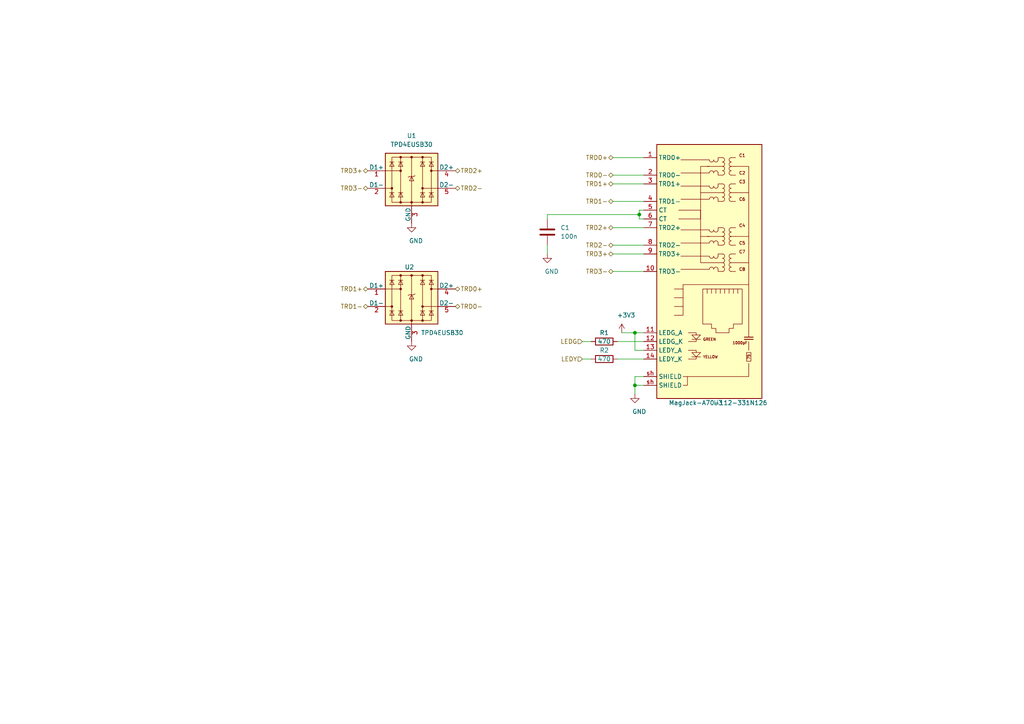
<source format=kicad_sch>
(kicad_sch (version 20211123) (generator eeschema)
  (paper "A4")
  (lib_symbols
    (symbol "CM4_NAS:MagJack-A70-112-331N126"
      (property "Reference" "U" (at 0 0 0))
      (property "Value" "MagJack-A70-112-331N126" (at 0 0 0))
      (symbol "MagJack-A70-112-331N126_0_1"
        (polyline (pts (xy 1.27 40.64) (xy -5.08 40.64) (xy -5.08 48.26) (xy -2.54 48.26) (xy -5.08 48.26)))
        (polyline (pts (xy 1.27 60.96) (xy -5.08 60.96) (xy -5.08 68.58) (xy -2.54 68.58) (xy -5.08 68.58)))
      )
      (symbol "MagJack-A70-112-331N126_1_1"
        (rectangle (start -17.78 1.27) (end 12.7 74.93) (stroke (width 0.254)) (fill (type background)))
        (arc (start -2.54 42.545) (mid -1.905 41.91) (end -1.27 42.545))
        (arc (start -2.54 50.165) (mid -1.905 49.53) (end -1.27 50.165))
        (arc (start -2.54 62.865) (mid -1.905 62.23) (end -1.27 62.865))
        (arc (start -2.54 70.485) (mid -1.905 69.85) (end -1.27 70.485))
        (arc (start -1.27 38.735) (mid -1.905 39.37) (end -2.54 38.735))
        (arc (start -1.27 42.545) (mid -0.635 41.91) (end 0 42.545))
        (arc (start -1.27 46.355) (mid -1.905 46.99) (end -2.54 46.355))
        (arc (start -1.27 50.165) (mid -0.635 49.53) (end 0 50.165))
        (arc (start -1.27 59.055) (mid -1.905 59.69) (end -2.54 59.055))
        (arc (start -1.27 62.865) (mid -0.635 62.23) (end 0 62.865))
        (arc (start -1.27 66.675) (mid -1.905 67.31) (end -2.54 66.675))
        (arc (start -1.27 70.485) (mid -0.635 69.85) (end 0 70.485))
        (polyline (pts (xy -12.7 27.94) (xy -10.16 27.94)))
        (polyline (pts (xy -12.7 30.48) (xy -10.16 30.48)))
        (polyline (pts (xy -12.7 33.02) (xy -10.16 33.02)))
        (polyline (pts (xy -10.16 33.02) (xy -10.16 34.29)))
        (polyline (pts (xy -5.08 13.335) (xy -7.62 13.335)))
        (polyline (pts (xy -5.08 18.415) (xy -7.62 18.415)))
        (polyline (pts (xy -5.08 48.26) (xy -5.08 60.96)))
        (polyline (pts (xy -3.175 31.75) (xy -3.175 33.02)))
        (polyline (pts (xy -3.175 48.26) (xy 1.27 48.26)))
        (polyline (pts (xy -3.175 68.58) (xy 1.27 68.58)))
        (polyline (pts (xy -2.54 38.735) (xy -10.795 38.735)))
        (polyline (pts (xy -2.54 42.545) (xy -10.795 42.545)))
        (polyline (pts (xy -2.54 46.355) (xy -10.795 46.355)))
        (polyline (pts (xy -2.54 50.165) (xy -10.795 50.165)))
        (polyline (pts (xy -2.54 59.055) (xy -10.795 59.055)))
        (polyline (pts (xy -2.54 62.865) (xy -10.795 62.865)))
        (polyline (pts (xy -2.54 66.675) (xy -10.795 66.675)))
        (polyline (pts (xy -2.54 70.485) (xy -10.795 70.485)))
        (polyline (pts (xy -1.905 33.02) (xy -1.905 31.75)))
        (polyline (pts (xy -0.635 33.02) (xy -0.635 31.75)))
        (polyline (pts (xy 0.635 33.02) (xy 0.635 31.75)))
        (polyline (pts (xy 1.905 33.02) (xy 1.905 31.75)))
        (polyline (pts (xy 3.175 33.02) (xy 3.175 31.75)))
        (polyline (pts (xy 3.81 38.1) (xy 5.08 38.1)))
        (polyline (pts (xy 3.81 40.64) (xy 5.08 40.64)))
        (polyline (pts (xy 3.81 43.18) (xy 5.08 43.18)))
        (polyline (pts (xy 3.81 45.72) (xy 5.08 45.72)))
        (polyline (pts (xy 3.81 48.26) (xy 5.08 48.26)))
        (polyline (pts (xy 3.81 50.8) (xy 5.08 50.8)))
        (polyline (pts (xy 3.81 58.42) (xy 5.08 58.42)))
        (polyline (pts (xy 3.81 60.96) (xy 5.08 60.96)))
        (polyline (pts (xy 3.81 63.5) (xy 5.08 63.5)))
        (polyline (pts (xy 3.81 66.04) (xy 5.08 66.04)))
        (polyline (pts (xy 3.81 68.58) (xy 5.08 68.58)))
        (polyline (pts (xy 3.81 71.12) (xy 5.08 71.12)))
        (polyline (pts (xy 4.445 31.75) (xy 4.445 33.02)))
        (polyline (pts (xy 5.08 40.64) (xy 8.89 40.64)))
        (polyline (pts (xy 5.08 48.26) (xy 8.89 48.26)))
        (polyline (pts (xy 5.08 60.96) (xy 8.89 60.96)))
        (polyline (pts (xy 5.715 31.75) (xy 5.715 33.02)))
        (polyline (pts (xy 7.62 18.415) (xy 10.16 18.415)) (stroke (width 0.254)))
        (polyline (pts (xy 7.62 19.05) (xy 10.16 19.05)) (stroke (width 0.254)))
        (polyline (pts (xy 8.89 15.24) (xy 8.89 17.78)))
        (polyline (pts (xy 8.89 19.05) (xy 8.89 34.29)))
        (polyline (pts (xy -10.16 33.02) (xy -10.16 25.4) (xy -12.7 25.4)))
        (polyline (pts (xy -8.636 12.7) (xy -6.35 12.7) (xy -6.35 13.335)))
        (polyline (pts (xy -8.636 15.24) (xy -6.35 15.24) (xy -6.35 14.605)))
        (polyline (pts (xy -8.636 20.32) (xy -6.35 20.32) (xy -6.35 19.685)))
        (polyline (pts (xy -6.35 18.415) (xy -6.35 17.78) (xy -8.636 17.78)))
        (polyline (pts (xy 0 38.735) (xy 0 38.1) (xy 1.27 38.1)))
        (polyline (pts (xy 0 46.355) (xy 0 45.72) (xy 1.27 45.72)))
        (polyline (pts (xy 0 59.055) (xy 0 58.42) (xy 1.27 58.42)))
        (polyline (pts (xy 0 66.675) (xy 0 66.04) (xy 1.27 66.04)))
        (polyline (pts (xy 1.27 43.18) (xy 0 43.18) (xy 0 42.545)))
        (polyline (pts (xy 1.27 50.8) (xy 0 50.8) (xy 0 50.165)))
        (polyline (pts (xy 1.27 63.5) (xy 0 63.5) (xy 0 62.865)))
        (polyline (pts (xy 1.27 71.12) (xy 0 71.12) (xy 0 70.485)))
        (polyline (pts (xy -11.43 53.34) (xy -5.08 53.34) (xy -5.08 55.88) (xy -11.43 55.88)))
        (polyline (pts (xy -10.16 34.29) (xy 8.89 34.29) (xy 8.89 68.58) (xy 5.08 68.58)))
        (polyline (pts (xy -7.62 19.685) (xy -5.08 19.685) (xy -6.35 18.415) (xy -7.62 19.685)))
        (polyline (pts (xy -5.08 14.605) (xy -7.62 14.605) (xy -6.35 13.335) (xy -5.08 14.605)))
        (polyline (pts (xy -10.16 5.08) (xy -8.89 5.08) (xy -8.89 7.62) (xy -10.16 7.62) (xy -8.89 7.62) (xy 8.89 7.62) (xy 8.89 11.43)))
        (polyline (pts (xy -4.445 33.02) (xy 6.985 33.02) (xy 6.985 22.86) (xy 4.445 22.86) (xy 4.445 21.59) (xy 3.175 21.59) (xy 3.175 20.32) (xy -0.635 20.32) (xy -0.635 21.59) (xy -1.905 21.59) (xy -1.905 22.86) (xy -4.445 22.86) (xy -4.445 33.02)))
        (arc (start 0 38.735) (mid -0.635 39.37) (end -1.27 38.735))
        (arc (start 0 46.355) (mid -0.635 46.99) (end -1.27 46.355))
        (arc (start 0 59.055) (mid -0.635 59.69) (end -1.27 59.055))
        (arc (start 0 66.675) (mid -0.635 67.31) (end -1.27 66.675))
        (arc (start 1.27 38.1) (mid 1.905 38.735) (end 1.27 39.37))
        (arc (start 1.27 39.37) (mid 1.905 40.005) (end 1.27 40.64))
        (arc (start 1.27 40.64) (mid 1.905 41.275) (end 1.27 41.91))
        (arc (start 1.27 41.91) (mid 1.905 42.545) (end 1.27 43.18))
        (arc (start 1.27 45.72) (mid 1.905 46.355) (end 1.27 46.99))
        (arc (start 1.27 46.99) (mid 1.905 47.625) (end 1.27 48.26))
        (arc (start 1.27 48.26) (mid 1.905 48.895) (end 1.27 49.53))
        (arc (start 1.27 49.53) (mid 1.905 50.165) (end 1.27 50.8))
        (arc (start 1.27 58.42) (mid 1.905 59.055) (end 1.27 59.69))
        (arc (start 1.27 59.69) (mid 1.905 60.325) (end 1.27 60.96))
        (arc (start 1.27 60.96) (mid 1.905 61.595) (end 1.27 62.23))
        (arc (start 1.27 62.23) (mid 1.905 62.865) (end 1.27 63.5))
        (arc (start 1.27 66.04) (mid 1.905 66.675) (end 1.27 67.31))
        (arc (start 1.27 67.31) (mid 1.905 67.945) (end 1.27 68.58))
        (arc (start 1.27 68.58) (mid 1.905 69.215) (end 1.27 69.85))
        (arc (start 1.27 69.85) (mid 1.905 70.485) (end 1.27 71.12))
        (arc (start 3.81 39.37) (mid 3.175 38.735) (end 3.81 38.1))
        (arc (start 3.81 40.64) (mid 3.175 40.005) (end 3.81 39.37))
        (arc (start 3.81 41.91) (mid 3.175 41.275) (end 3.81 40.64))
        (arc (start 3.81 43.18) (mid 3.175 42.545) (end 3.81 41.91))
        (arc (start 3.81 46.99) (mid 3.175 46.355) (end 3.81 45.72))
        (arc (start 3.81 48.26) (mid 3.175 47.625) (end 3.81 46.99))
        (arc (start 3.81 49.53) (mid 3.175 48.895) (end 3.81 48.26))
        (arc (start 3.81 50.8) (mid 3.175 50.165) (end 3.81 49.53))
        (arc (start 3.81 59.69) (mid 3.175 59.055) (end 3.81 58.42))
        (arc (start 3.81 60.96) (mid 3.175 60.325) (end 3.81 59.69))
        (arc (start 3.81 62.23) (mid 3.175 61.595) (end 3.81 60.96))
        (arc (start 3.81 63.5) (mid 3.175 62.865) (end 3.81 62.23))
        (arc (start 3.81 67.31) (mid 3.175 66.675) (end 3.81 66.04))
        (arc (start 3.81 68.58) (mid 3.175 67.945) (end 3.81 67.31))
        (arc (start 3.81 69.85) (mid 3.175 69.215) (end 3.81 68.58))
        (arc (start 3.81 71.12) (mid 3.175 70.485) (end 3.81 69.85))
        (rectangle (start 9.525 12.065) (end 8.255 14.605))
        (text "1000pF" (at 6.35 17.399 0) (effects (font (size 0.762 0.762))))
        (text "75" (at 8.89 13.335 900) (effects (font (size 0.762 0.762))))
        (text "C1" (at 6.985 71.755 0) (effects (font (size 0.889 0.889))))
        (text "C2" (at 6.985 66.675 0) (effects (font (size 0.889 0.889))))
        (text "C3" (at 6.985 64.135 0) (effects (font (size 0.889 0.889))))
        (text "C4" (at 6.985 51.435 0) (effects (font (size 0.889 0.889))))
        (text "C5" (at 6.985 46.355 0) (effects (font (size 0.889 0.889))))
        (text "C6" (at 6.985 59.055 0) (effects (font (size 0.889 0.889))))
        (text "C7" (at 6.985 43.815 0) (effects (font (size 0.889 0.889))))
        (text "C8" (at 6.985 38.735 0) (effects (font (size 0.889 0.889))))
        (text "GREEN" (at -4.445 18.415 0) (effects (font (size 0.762 0.762)) (justify left)))
        (text "YELLOW" (at -4.445 13.335 0) (effects (font (size 0.762 0.762)) (justify left)))
        (pin passive line (at -21.59 71.12 0) (length 3.81) (name "TRD0+") (number "1"))
        (pin passive line (at -21.59 38.1 0) (length 3.81) (name "TRD3-") (number "10"))
        (pin passive line (at -21.59 20.32 0) (length 3.81) (name "LEDG_A") (number "11"))
        (pin passive line (at -21.59 17.78 0) (length 3.81) (name "LEDG_K") (number "12"))
        (pin passive line (at -21.59 15.24 0) (length 3.81) (name "LEDY_A") (number "13"))
        (pin passive line (at -21.59 12.7 0) (length 3.81) (name "LEDY_K") (number "14"))
        (pin passive line (at -21.59 66.04 0) (length 3.81) (name "TRD0-") (number "2"))
        (pin passive line (at -21.59 63.5 0) (length 3.81) (name "TRD1+") (number "3"))
        (pin passive line (at -21.59 58.42 0) (length 3.81) (name "TRD1-") (number "4"))
        (pin passive line (at -21.59 55.88 0) (length 3.81) (name "CT") (number "5"))
        (pin passive line (at -21.59 53.34 0) (length 3.81) (name "CT") (number "6"))
        (pin passive line (at -21.59 50.8 0) (length 3.81) (name "TRD2+") (number "7"))
        (pin passive line (at -21.59 45.72 0) (length 3.81) (name "TRD2-") (number "8"))
        (pin passive line (at -21.59 43.18 0) (length 3.81) (name "TRD3+") (number "9"))
        (pin passive line (at -21.59 5.08 0) (length 3.81) (name "SHIELD") (number "sh"))
        (pin passive line (at -21.59 7.62 0) (length 3.81) (name "SHIELD") (number "sh"))
      )
    )
    (symbol "CM4_NAS:TPD4EUSB30" (pin_names (offset 0))
      (property "Reference" "U" (at -0.635 8.89 0))
      (property "Value" "TPD4EUSB30" (at 8.89 -10.16 0))
      (symbol "TPD4EUSB30_0_0"
        (rectangle (start -5.715 6.477) (end 5.715 -6.604))
        (polyline (pts (xy -3.175 -6.604) (xy -3.175 6.477)))
        (polyline (pts (xy 0 6.477) (xy 0 -6.604)))
        (polyline (pts (xy 3.175 6.477) (xy 3.175 -6.604)))
      )
      (symbol "TPD4EUSB30_0_1"
        (rectangle (start -7.62 7.62) (end 7.62 -7.62) (stroke (width 0.254)) (fill (type background)))
        (circle (center -5.715 -2.54) (radius 0.2794) (fill (type outline)))
        (circle (center -3.175 -6.604) (radius 0.2794) (fill (type outline)))
        (circle (center -3.175 2.54) (radius 0.2794) (fill (type outline)))
        (circle (center -3.175 6.477) (radius 0.2794) (fill (type outline)))
        (circle (center 0 -6.604) (radius 0.2794) (fill (type outline)))
        (polyline (pts (xy -7.747 2.54) (xy -3.175 2.54)))
        (polyline (pts (xy -7.62 -2.54) (xy -5.715 -2.54)))
        (polyline (pts (xy -5.08 -3.81) (xy -6.35 -3.81)))
        (polyline (pts (xy -5.08 5.08) (xy -6.35 5.08)))
        (polyline (pts (xy -2.54 -3.81) (xy -3.81 -3.81)))
        (polyline (pts (xy -2.54 5.08) (xy -3.81 5.08)))
        (polyline (pts (xy -0.635 0.889) (xy -1.016 0.635)))
        (polyline (pts (xy 0 -6.604) (xy 0 -7.62)))
        (polyline (pts (xy 0.635 0.889) (xy -0.635 0.889)))
        (polyline (pts (xy 0.635 0.889) (xy 1.016 1.143)))
        (polyline (pts (xy 3.81 -3.81) (xy 2.54 -3.81)))
        (polyline (pts (xy 3.81 5.08) (xy 2.54 5.08)))
        (polyline (pts (xy 6.35 -3.81) (xy 5.08 -3.81)))
        (polyline (pts (xy 6.35 5.08) (xy 5.08 5.08)))
        (polyline (pts (xy 7.62 -2.54) (xy 3.175 -2.54)))
        (polyline (pts (xy 7.62 2.54) (xy 5.715 2.54)))
        (polyline (pts (xy -5.08 -5.08) (xy -6.35 -5.08) (xy -5.715 -3.81) (xy -5.08 -5.08)))
        (polyline (pts (xy -5.08 3.81) (xy -6.35 3.81) (xy -5.715 5.08) (xy -5.08 3.81)))
        (polyline (pts (xy -2.54 -5.08) (xy -3.81 -5.08) (xy -3.175 -3.81) (xy -2.54 -5.08)))
        (polyline (pts (xy -2.54 3.81) (xy -3.81 3.81) (xy -3.175 5.08) (xy -2.54 3.81)))
        (polyline (pts (xy 0.635 -0.381) (xy -0.635 -0.381) (xy 0 0.889) (xy 0.635 -0.381)))
        (polyline (pts (xy 3.81 -5.08) (xy 2.54 -5.08) (xy 3.175 -3.81) (xy 3.81 -5.08)))
        (polyline (pts (xy 3.81 3.81) (xy 2.54 3.81) (xy 3.175 5.08) (xy 3.81 3.81)))
        (polyline (pts (xy 6.35 -5.08) (xy 5.08 -5.08) (xy 5.715 -3.81) (xy 6.35 -5.08)))
        (polyline (pts (xy 6.35 3.81) (xy 5.08 3.81) (xy 5.715 5.08) (xy 6.35 3.81)))
        (circle (center 0 6.477) (radius 0.2794) (fill (type outline)))
        (circle (center 3.175 -6.604) (radius 0.2794) (fill (type outline)))
        (circle (center 3.175 -2.54) (radius 0.2794) (fill (type outline)))
        (circle (center 3.175 6.477) (radius 0.2794) (fill (type outline)))
        (circle (center 5.715 2.54) (radius 0.2794) (fill (type outline)))
      )
      (symbol "TPD4EUSB30_1_1"
        (pin passive line (at -12.7 2.54 0) (length 5.08) (name "D1+") (number "1"))
        (pin passive line (at -12.7 2.54 0) (length 5.08) hide (name "D1+") (number "10"))
        (pin passive line (at -12.7 -2.54 0) (length 5.08) (name "D1-") (number "2"))
        (pin power_in line (at 0 -12.7 90) (length 5.08) (name "GND") (number "3"))
        (pin passive line (at 12.7 2.54 180) (length 5.08) (name "D2+") (number "4"))
        (pin passive line (at 12.7 -2.54 180) (length 5.08) (name "D2-") (number "5"))
        (pin passive line (at 12.7 -2.54 180) (length 5.08) hide (name "D2-") (number "6"))
        (pin passive line (at 12.7 2.54 180) (length 5.08) hide (name "D2+") (number "7"))
        (pin passive line (at 0 -12.7 90) (length 5.08) hide (name "GND") (number "8"))
        (pin passive line (at -12.7 -2.54 0) (length 5.08) hide (name "D1-") (number "9"))
      )
    )
    (symbol "CM4_NAS:TPD4EUSB30_1" (pin_names (offset 0))
      (property "Reference" "U" (at -0.635 8.89 0))
      (property "Value" "TPD4EUSB30" (at 8.89 -10.16 0))
      (symbol "TPD4EUSB30_1_0_0"
        (rectangle (start -5.715 6.477) (end 5.715 -6.604))
        (polyline (pts (xy -3.175 -6.604) (xy -3.175 6.477)))
        (polyline (pts (xy 0 6.477) (xy 0 -6.604)))
        (polyline (pts (xy 3.175 6.477) (xy 3.175 -6.604)))
      )
      (symbol "TPD4EUSB30_1_0_1"
        (rectangle (start -7.62 7.62) (end 7.62 -7.62) (stroke (width 0.254)) (fill (type background)))
        (circle (center -5.715 -2.54) (radius 0.2794) (fill (type outline)))
        (circle (center -3.175 -6.604) (radius 0.2794) (fill (type outline)))
        (circle (center -3.175 2.54) (radius 0.2794) (fill (type outline)))
        (circle (center -3.175 6.477) (radius 0.2794) (fill (type outline)))
        (circle (center 0 -6.604) (radius 0.2794) (fill (type outline)))
        (polyline (pts (xy -7.747 2.54) (xy -3.175 2.54)))
        (polyline (pts (xy -7.62 -2.54) (xy -5.715 -2.54)))
        (polyline (pts (xy -5.08 -3.81) (xy -6.35 -3.81)))
        (polyline (pts (xy -5.08 5.08) (xy -6.35 5.08)))
        (polyline (pts (xy -2.54 -3.81) (xy -3.81 -3.81)))
        (polyline (pts (xy -2.54 5.08) (xy -3.81 5.08)))
        (polyline (pts (xy -0.635 0.889) (xy -1.016 0.635)))
        (polyline (pts (xy 0 -6.604) (xy 0 -7.62)))
        (polyline (pts (xy 0.635 0.889) (xy -0.635 0.889)))
        (polyline (pts (xy 0.635 0.889) (xy 1.016 1.143)))
        (polyline (pts (xy 3.81 -3.81) (xy 2.54 -3.81)))
        (polyline (pts (xy 3.81 5.08) (xy 2.54 5.08)))
        (polyline (pts (xy 6.35 -3.81) (xy 5.08 -3.81)))
        (polyline (pts (xy 6.35 5.08) (xy 5.08 5.08)))
        (polyline (pts (xy 7.62 -2.54) (xy 3.175 -2.54)))
        (polyline (pts (xy 7.62 2.54) (xy 5.715 2.54)))
        (polyline (pts (xy -5.08 -5.08) (xy -6.35 -5.08) (xy -5.715 -3.81) (xy -5.08 -5.08)))
        (polyline (pts (xy -5.08 3.81) (xy -6.35 3.81) (xy -5.715 5.08) (xy -5.08 3.81)))
        (polyline (pts (xy -2.54 -5.08) (xy -3.81 -5.08) (xy -3.175 -3.81) (xy -2.54 -5.08)))
        (polyline (pts (xy -2.54 3.81) (xy -3.81 3.81) (xy -3.175 5.08) (xy -2.54 3.81)))
        (polyline (pts (xy 0.635 -0.381) (xy -0.635 -0.381) (xy 0 0.889) (xy 0.635 -0.381)))
        (polyline (pts (xy 3.81 -5.08) (xy 2.54 -5.08) (xy 3.175 -3.81) (xy 3.81 -5.08)))
        (polyline (pts (xy 3.81 3.81) (xy 2.54 3.81) (xy 3.175 5.08) (xy 3.81 3.81)))
        (polyline (pts (xy 6.35 -5.08) (xy 5.08 -5.08) (xy 5.715 -3.81) (xy 6.35 -5.08)))
        (polyline (pts (xy 6.35 3.81) (xy 5.08 3.81) (xy 5.715 5.08) (xy 6.35 3.81)))
        (circle (center 0 6.477) (radius 0.2794) (fill (type outline)))
        (circle (center 3.175 -6.604) (radius 0.2794) (fill (type outline)))
        (circle (center 3.175 -2.54) (radius 0.2794) (fill (type outline)))
        (circle (center 3.175 6.477) (radius 0.2794) (fill (type outline)))
        (circle (center 5.715 2.54) (radius 0.2794) (fill (type outline)))
      )
      (symbol "TPD4EUSB30_1_1_1"
        (pin passive line (at -12.7 2.54 0) (length 5.08) (name "D1+") (number "1"))
        (pin passive line (at -12.7 2.54 0) (length 5.08) hide (name "D1+") (number "10"))
        (pin passive line (at -12.7 -2.54 0) (length 5.08) (name "D1-") (number "2"))
        (pin power_in line (at 0 -12.7 90) (length 5.08) (name "GND") (number "3"))
        (pin passive line (at 12.7 2.54 180) (length 5.08) (name "D2+") (number "4"))
        (pin passive line (at 12.7 -2.54 180) (length 5.08) (name "D2-") (number "5"))
        (pin passive line (at 12.7 -2.54 180) (length 5.08) hide (name "D2-") (number "6"))
        (pin passive line (at 12.7 2.54 180) (length 5.08) hide (name "D2+") (number "7"))
        (pin passive line (at 0 -12.7 90) (length 5.08) hide (name "GND") (number "8"))
        (pin passive line (at -12.7 -2.54 0) (length 5.08) hide (name "D1-") (number "9"))
      )
    )
    (symbol "Device:C" (pin_numbers hide) (pin_names (offset 0.254))
      (property "Reference" "C" (at 0.635 2.54 0))
      (property "Value" "C" (at 0.635 -2.54 0))
      (symbol "C_0_1"
        (polyline (pts (xy -2.032 -0.762) (xy 2.032 -0.762)) (stroke (width 0.508)))
        (polyline (pts (xy -2.032 0.762) (xy 2.032 0.762)) (stroke (width 0.508)))
      )
      (symbol "C_1_1"
        (pin passive line (at 0 3.81 270) (length 2.794) (name "~") (number "1"))
        (pin passive line (at 0 -3.81 90) (length 2.794) (name "~") (number "2"))
      )
    )
    (symbol "Device:R" (pin_numbers hide) (pin_names (offset 0))
      (property "Reference" "R" (at 2.032 0 90))
      (property "Value" "R" (at 0 0 90))
      (symbol "R_0_1"
        (rectangle (start -1.016 -2.54) (end 1.016 2.54) (stroke (width 0.254)))
      )
      (symbol "R_1_1"
        (pin passive line (at 0 3.81 270) (length 1.27) (name "~") (number "1"))
        (pin passive line (at 0 -3.81 90) (length 1.27) (name "~") (number "2"))
      )
    )
    (symbol "power:+3V3" (power) (pin_names (offset 0))
      (property "Value" "+3V3" (at 0 3.556 0))
      (symbol "+3V3_0_1"
        (polyline (pts (xy -0.762 1.27) (xy 0 2.54)))
        (polyline (pts (xy 0 0) (xy 0 2.54)))
        (polyline (pts (xy 0 2.54) (xy 0.762 1.27)))
      )
      (symbol "+3V3_1_1"
        (pin power_in line (at 0 0 90) (length 0) hide (name "+3V3") (number "1"))
      )
    )
    (symbol "power:GND" (power) (pin_names (offset 0))
      (property "Value" "GND" (at 0 -3.81 0))
      (symbol "GND_0_1"
        (polyline (pts (xy 0 0) (xy 0 -1.27) (xy 1.27 -1.27) (xy 0 -2.54) (xy -1.27 -1.27) (xy 0 -1.27)))
      )
      (symbol "GND_1_1"
        (pin power_in line (at 0 0 270) (length 0) hide (name "GND") (number "1"))
      )
    )
  )
  (junction (at 185.42 62.23) (diameter 0.9144))
  (junction (at 184.15 111.76) (diameter 0.9144))
  (junction (at 184.15 96.52) (diameter 0.9144))
  (wire (pts (xy 184.15 109.22) (xy 184.15 111.76)))
  (wire (pts (xy 184.15 111.76) (xy 186.69 111.76)))
  (wire (pts (xy 179.07 99.06) (xy 186.69 99.06)))
  (wire (pts (xy 184.15 96.52) (xy 184.15 101.6)))
  (wire (pts (xy 177.8 45.72) (xy 186.69 45.72)))
  (wire (pts (xy 180.34 96.52) (xy 184.15 96.52)))
  (wire (pts (xy 158.75 71.12) (xy 158.75 73.66)))
  (wire (pts (xy 185.42 62.23) (xy 185.42 63.5)))
  (wire (pts (xy 185.42 60.96) (xy 185.42 62.23)))
  (wire (pts (xy 158.75 63.5) (xy 158.75 62.23)))
  (wire (pts (xy 177.8 58.42) (xy 186.69 58.42)))
  (wire (pts (xy 177.8 73.66) (xy 186.69 73.66)))
  (wire (pts (xy 186.69 109.22) (xy 184.15 109.22)))
  (wire (pts (xy 184.15 101.6) (xy 186.69 101.6)))
  (wire (pts (xy 177.8 66.04) (xy 186.69 66.04)))
  (wire (pts (xy 177.8 71.12) (xy 186.69 71.12)))
  (wire (pts (xy 168.91 104.14) (xy 171.45 104.14)))
  (wire (pts (xy 168.91 99.06) (xy 171.45 99.06)))
  (wire (pts (xy 177.8 53.34) (xy 186.69 53.34)))
  (wire (pts (xy 184.15 111.76) (xy 184.15 114.3)))
  (wire (pts (xy 185.42 63.5) (xy 186.69 63.5)))
  (wire (pts (xy 177.8 78.74) (xy 186.69 78.74)))
  (wire (pts (xy 179.07 104.14) (xy 186.69 104.14)))
  (wire (pts (xy 186.69 60.96) (xy 185.42 60.96)))
  (wire (pts (xy 186.69 96.52) (xy 184.15 96.52)))
  (wire (pts (xy 158.75 62.23) (xy 185.42 62.23)))
  (wire (pts (xy 177.8 50.8) (xy 186.69 50.8)))
  (hierarchical_label "TRD3-" (shape bidirectional) (at 106.68 54.61 180))
  (hierarchical_label "TRD0-" (shape bidirectional) (at 177.8 50.8 180))
  (hierarchical_label "LEDY" (shape input) (at 168.91 104.14 180))
  (hierarchical_label "TRD1+" (shape bidirectional) (at 106.68 83.82 180))
  (hierarchical_label "TRD3-" (shape bidirectional) (at 177.8 78.74 180))
  (hierarchical_label "LEDG" (shape input) (at 168.91 99.06 180))
  (hierarchical_label "TRD0+" (shape bidirectional) (at 132.08 83.82 0))
  (hierarchical_label "TRD2+" (shape bidirectional) (at 132.08 49.53 0))
  (hierarchical_label "TRD1+" (shape bidirectional) (at 177.8 53.34 180))
  (hierarchical_label "TRD1-" (shape bidirectional) (at 177.8 58.42 180))
  (hierarchical_label "TRD2-" (shape bidirectional) (at 177.8 71.12 180))
  (hierarchical_label "TRD0-" (shape bidirectional) (at 132.08 88.9 0))
  (hierarchical_label "TRD2-" (shape bidirectional) (at 132.08 54.61 0))
  (hierarchical_label "TRD2+" (shape bidirectional) (at 177.8 66.04 180))
  (hierarchical_label "TRD0+" (shape bidirectional) (at 177.8 45.72 180))
  (hierarchical_label "TRD1-" (shape bidirectional) (at 106.68 88.9 180))
  (hierarchical_label "TRD3+" (shape bidirectional) (at 177.8 73.66 180))
  (hierarchical_label "TRD3+" (shape bidirectional) (at 106.68 49.53 180))
  (symbol (lib_id "CM4_NAS:TPD4EUSB30") (at 119.38 52.07 0) (unit 1)
    (property "Reference" "U1" (at 119.38 39.37 0))
    (property "Value" "TPD4EUSB30" (at 119.38 41.91 0))
    (property "Footprint" "Package_SON:USON-10_2.5x1.0mm_P0.5mm" (effects hide))
    (property "Datasheet" "http://www.ti.com/lit/ds/symlink/tpd2eusb30a.pdf" (effects hide))
    (property "MFR" "TI" (effects hide))
    (property "MPN" "TPD4EUSB30DQAR " (effects hide))
  )
  (symbol (lib_id "Device:R") (at 175.26 99.06 90) (unit 1)
    (property "Reference" "R1" (at 175.26 96.52 90))
    (property "Value" "470" (at 175.26 99.06 90))
    (property "Footprint" "Resistor_SMD:R_0402_1005Metric" (effects hide))
    (property "MFR" "Yageo" (effects hide))
    (property "MPN" "RC0402FR-13470RL" (effects hide))
  )
  (symbol (lib_name "CM4_NAS:TPD4EUSB30_1") (lib_id "CM4_NAS:TPD4EUSB30") (at 119.38 86.36 0) (unit 1)
    (property "Reference" "U2" (at 118.745 77.47 0))
    (property "Value" "TPD4EUSB30" (at 128.27 96.52 0))
    (property "Footprint" "Package_SON:USON-10_2.5x1.0mm_P0.5mm" (effects hide))
    (property "Datasheet" "http://www.ti.com/lit/ds/symlink/tpd2eusb30a.pdf" (effects hide))
    (property "MFR" "TI" (effects hide))
    (property "MPN" "TPD4EUSB30DQAR " (effects hide))
  )
  (symbol (lib_id "CM4_NAS:MagJack-A70-112-331N126") (at 208.28 116.84 0) (unit 1)
    (property "Reference" "U3" (at 208.28 116.84 0))
    (property "Value" "MagJack-A70-112-331N126" (at 208.28 116.84 0))
    (property "Footprint" "CM4+NAS:RJ45-TE-2301995-4" (effects hide))
    (property "MFR" "TE" (effects hide))
    (property "MPN" "5-2301995-4" (effects hide))
  )
  (symbol (lib_id "power:GND") (at 119.38 99.06 0) (unit 1)
    (property "Reference" "#PWR0106" (effects hide))
    (property "Value" "GND" (at 120.65 104.14 0))
  )
  (symbol (lib_id "power:GND") (at 119.38 64.77 0) (unit 1)
    (property "Reference" "#PWR0105" (effects hide))
    (property "Value" "GND" (at 120.65 69.85 0))
  )
  (symbol (lib_id "power:GND") (at 158.75 73.66 0) (unit 1)
    (property "Reference" "#PWR0104" (effects hide))
    (property "Value" "GND" (at 160.02 78.74 0))
  )
  (symbol (lib_id "Device:C") (at 158.75 67.31 0) (unit 1)
    (property "Reference" "C1" (at 162.56 66.04 0) (effects (justify left)))
    (property "Value" "100n" (at 162.56 68.58 0) (effects (justify left)))
    (property "Footprint" "Capacitor_SMD:C_0402_1005Metric" (effects hide))
    (property "MFR" "Murata" (effects hide))
    (property "MPN" "GCM155R71C104KA55D" (effects hide))
  )
  (symbol (lib_id "Device:R") (at 175.26 104.14 90) (unit 1)
    (property "Reference" "R2" (at 175.26 101.6 90))
    (property "Value" "470" (at 175.26 104.14 90))
    (property "Footprint" "Resistor_SMD:R_0402_1005Metric" (effects hide))
    (property "MFR" "Yageo" (effects hide))
    (property "MPN" "RC0402FR-13470RL" (effects hide))
  )
  (symbol (lib_id "power:+3V3") (at 180.34 96.52 0) (unit 1)
    (property "Reference" "#PWR0102" (effects hide))
    (property "Value" "+3V3" (at 181.61 91.44 0))
  )
  (symbol (lib_id "power:GND") (at 184.15 114.3 0) (unit 1)
    (property "Reference" "#PWR0103" (effects hide))
    (property "Value" "GND" (at 185.42 119.38 0))
  )
)
</source>
